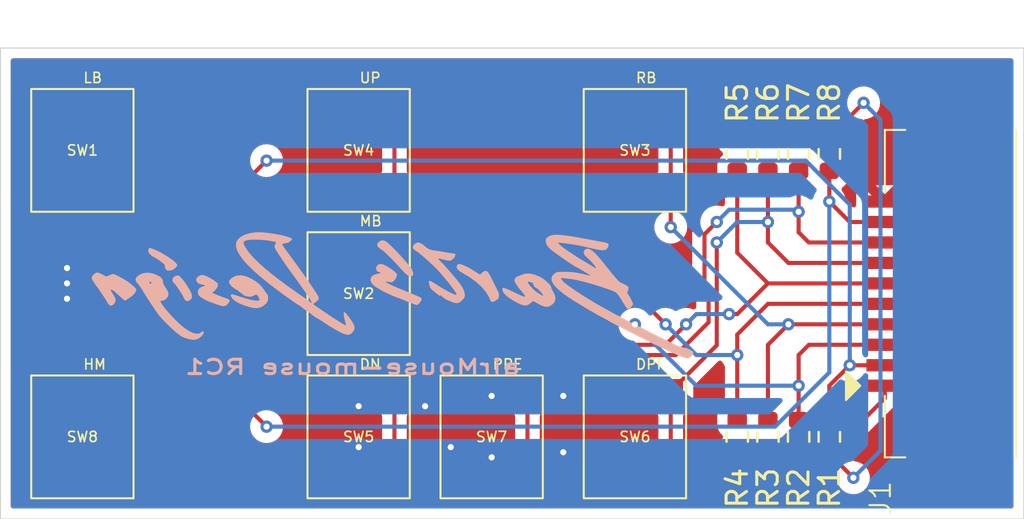
<source format=kicad_pcb>
(kicad_pcb (version 20240108) (generator "pcbnew") (generator_version "8.0")
  (title_block (title "EtherPointer mouse") (date "2025-02-15") (rev "RC1") (company "Bart's Design") (comment 1 "Bartosz Pracz"))
  (layers (0 "F.Cu" signal) (31 "B.Cu" signal) (34 "B.Paste" user) (35 "F.Paste" user) (36 "B.SilkS" user "B.Silkscreen") (37 "F.SilkS" user "F.Silkscreen") (38 "B.Mask" user) (39 "F.Mask" user) (44 "Edge.Cuts" user))
  (net 0 "")
  (net 1 "GND")
  (net 2 "/LMB")
  (net 3 "+3V3")
  (net 4 "/MMB")
  (net 5 "/RMB")
  (net 6 "/SCRLUP")
  (net 7 "/SCRLDN")
  (net 8 "/DPI")
  (net 9 "/PRECISION")
  (net 10 "/HOME")
  (footprint "Resistor_SMD:R_0603_1608Metric" (layer "F.Cu") (at 153.5 73.175 -90)
    (property "Reference" "R6" (at -2.5 0 90) (layer "F.SilkS"))
    (property "Value" "10k")
    (pad "1" smd roundrect (at -0.825 0 270) (size 0.8 0.95) (layers "F.Cu" "F.Paste" "F.Mask") (net 3 "+3V3"))
    (pad "2" smd roundrect (at 0.825 0 270) (size 0.8 0.95) (layers "F.Cu" "F.Paste" "F.Mask") (net 8 "/DPI"))
  )
  (footprint "airMouseLib:TL3315NF100Q" (layer "F.Cu") (at 133.5 87)
    (property "Reference" "SW5" (at 0 0 0) (layer "F.SilkS") (effects (font (size 0.5 0.5) (thickness 0.08))))
    (property "Value" "KEY")
    (fp_text user "${KEY}" (at 0 -3.25 0) (layer "F.SilkS") (effects (font (size 0.5 0.5) (thickness 0.08)) (justify left bottom)))
    (pad "1" smd rect (at -1.75 -2.225) (size 1.2 1.2) (layers "F.Cu" "F.Paste" "F.Mask") (net 1 "GND"))
    (pad "1" smd rect (at -1.75 2.225 180) (size 1.2 1.2) (layers "F.Cu" "F.Paste" "F.Mask") (net 1 "GND"))
    (pad "2" smd rect (at 1.75 -2.225) (size 1.2 1.2) (layers "F.Cu" "F.Paste" "F.Mask") (net 7 "/SCRLDN"))
    (pad "2" smd rect (at 1.75 2.225 180) (size 1.2 1.2) (layers "F.Cu" "F.Paste" "F.Mask") (net 7 "/SCRLDN"))
  )
  (footprint "Resistor_SMD:R_0603_1608Metric" (layer "F.Cu") (at 156.5 73.175 -90)
    (property "Reference" "R8" (at -2.5 0 90) (layer "F.SilkS"))
    (property "Value" "10k")
    (pad "1" smd roundrect (at -0.825 0 270) (size 0.8 0.95) (layers "F.Cu" "F.Paste" "F.Mask") (net 3 "+3V3"))
    (pad "2" smd roundrect (at 0.825 0 270) (size 0.8 0.95) (layers "F.Cu" "F.Paste" "F.Mask") (net 10 "/HOME"))
  )
  (footprint "Resistor_SMD:R_0603_1608Metric" (layer "F.Cu") (at 156.5 87 90)
    (property "Reference" "R1" (at -2.5 0 90) (layer "F.SilkS"))
    (property "Value" "10k")
    (pad "1" smd roundrect (at -0.825 0 90) (size 0.8 0.95) (layers "F.Cu" "F.Paste" "F.Mask") (net 3 "+3V3"))
    (pad "2" smd roundrect (at 0.825 0 90) (size 0.8 0.95) (layers "F.Cu" "F.Paste" "F.Mask") (net 2 "/LMB"))
  )
  (footprint "airMouseLib:TL3315NF100Q" (layer "F.Cu") (at 147 73)
    (property "Reference" "SW3" (at 0 0 0) (layer "F.SilkS") (effects (font (size 0.5 0.5) (thickness 0.08))))
    (property "Value" "KEY")
    (fp_text user "${KEY}" (at 0 -3.25 0) (layer "F.SilkS") (effects (font (size 0.5 0.5) (thickness 0.08)) (justify left bottom)))
    (pad "1" smd rect (at -1.75 -2.225) (size 1.2 1.2) (layers "F.Cu" "F.Paste" "F.Mask") (net 1 "GND"))
    (pad "1" smd rect (at -1.75 2.225 180) (size 1.2 1.2) (layers "F.Cu" "F.Paste" "F.Mask") (net 1 "GND"))
    (pad "2" smd rect (at 1.75 -2.225) (size 1.2 1.2) (layers "F.Cu" "F.Paste" "F.Mask") (net 5 "/RMB"))
    (pad "2" smd rect (at 1.75 2.225 180) (size 1.2 1.2) (layers "F.Cu" "F.Paste" "F.Mask") (net 5 "/RMB"))
  )
  (footprint "Resistor_SMD:R_0603_1608Metric" (layer "F.Cu") (at 152 87 90)
    (property "Reference" "R4" (at -2.5 0 90) (layer "F.SilkS"))
    (property "Value" "10k")
    (pad "1" smd roundrect (at -0.825 0 90) (size 0.8 0.95) (layers "F.Cu" "F.Paste" "F.Mask") (net 3 "+3V3"))
    (pad "2" smd roundrect (at 0.825 0 90) (size 0.8 0.95) (layers "F.Cu" "F.Paste" "F.Mask") (net 6 "/SCRLUP"))
  )
  (footprint "Resistor_SMD:R_0603_1608Metric" (layer "F.Cu") (at 152 73.175 -90)
    (property "Reference" "R5" (at -2.5 0 90) (layer "F.SilkS"))
    (property "Value" "10k")
    (pad "1" smd roundrect (at -0.825 0 270) (size 0.8 0.95) (layers "F.Cu" "F.Paste" "F.Mask") (net 3 "+3V3"))
    (pad "2" smd roundrect (at 0.825 0 270) (size 0.8 0.95) (layers "F.Cu" "F.Paste" "F.Mask") (net 7 "/SCRLDN"))
  )
  (footprint "Resistor_SMD:R_0603_1608Metric" (layer "F.Cu") (at 153.5 87 90)
    (property "Reference" "R3" (at -2.5 0 90) (layer "F.SilkS"))
    (property "Value" "10k")
    (pad "1" smd roundrect (at -0.825 0 90) (size 0.8 0.95) (layers "F.Cu" "F.Paste" "F.Mask") (net 3 "+3V3"))
    (pad "2" smd roundrect (at 0.825 0 90) (size 0.8 0.95) (layers "F.Cu" "F.Paste" "F.Mask") (net 5 "/RMB"))
  )
  (footprint "airMouseLib:TL3315NF100Q" (layer "F.Cu") (at 133.5 80)
    (property "Reference" "SW2" (at 0 0 0) (layer "F.SilkS") (effects (font (size 0.5 0.5) (thickness 0.08))))
    (property "Value" "KEY")
    (fp_text user "${KEY}" (at 0 -3.25 0) (layer "F.SilkS") (effects (font (size 0.5 0.5) (thickness 0.08)) (justify left bottom)))
    (pad "1" smd rect (at -1.75 -2.225) (size 1.2 1.2) (layers "F.Cu" "F.Paste" "F.Mask") (net 1 "GND"))
    (pad "1" smd rect (at -1.75 2.225 180) (size 1.2 1.2) (layers "F.Cu" "F.Paste" "F.Mask") (net 1 "GND"))
    (pad "2" smd rect (at 1.75 -2.225) (size 1.2 1.2) (layers "F.Cu" "F.Paste" "F.Mask") (net 4 "/MMB"))
    (pad "2" smd rect (at 1.75 2.225 180) (size 1.2 1.2) (layers "F.Cu" "F.Paste" "F.Mask") (net 4 "/MMB"))
  )
  (footprint "airMouseLib:TL3315NF100Q" (layer "F.Cu") (at 147 87)
    (property "Reference" "SW6" (at 0 0 0) (layer "F.SilkS") (effects (font (size 0.5 0.5) (thickness 0.08))))
    (property "Value" "KEY")
    (fp_text user "${KEY}" (at 0 -3.25 0) (layer "F.SilkS") (effects (font (size 0.5 0.5) (thickness 0.08)) (justify left bottom)))
    (pad "1" smd rect (at -1.75 -2.225) (size 1.2 1.2) (layers "F.Cu" "F.Paste" "F.Mask") (net 1 "GND"))
    (pad "1" smd rect (at -1.75 2.225 180) (size 1.2 1.2) (layers "F.Cu" "F.Paste" "F.Mask") (net 1 "GND"))
    (pad "2" smd rect (at 1.75 -2.225) (size 1.2 1.2) (layers "F.Cu" "F.Paste" "F.Mask") (net 8 "/DPI"))
    (pad "2" smd rect (at 1.75 2.225 180) (size 1.2 1.2) (layers "F.Cu" "F.Paste" "F.Mask") (net 8 "/DPI"))
  )
  (footprint "airMouseLib:TL3315NF100Q" (layer "F.Cu") (at 120 73)
    (property "Reference" "SW1" (at 0 0 0) (layer "F.SilkS") (effects (font (size 0.5 0.5) (thickness 0.08))))
    (property "Value" "KEY")
    (fp_text user "${KEY}" (at 0 -3.25 0) (layer "F.SilkS") (effects (font (size 0.5 0.5) (thickness 0.08)) (justify left bottom)))
    (pad "1" smd rect (at -1.75 -2.225) (size 1.2 1.2) (layers "F.Cu" "F.Paste" "F.Mask") (net 1 "GND"))
    (pad "1" smd rect (at -1.75 2.225 180) (size 1.2 1.2) (layers "F.Cu" "F.Paste" "F.Mask") (net 1 "GND"))
    (pad "2" smd rect (at 1.75 -2.225) (size 1.2 1.2) (layers "F.Cu" "F.Paste" "F.Mask") (net 2 "/LMB"))
    (pad "2" smd rect (at 1.75 2.225 180) (size 1.2 1.2) (layers "F.Cu" "F.Paste" "F.Mask") (net 2 "/LMB"))
  )
  (footprint "airMouseLib:DS1020-07-10VBT1A-R" (layer "F.Cu") (at 159.2125 80 90)
    (property "Reference" "J1" (at -10 -0.2125 90) (layer "F.SilkS") (effects (font (thickness 0.1))))
    (property "Value" "DS1020-07-10VBT1A-R")
    (pad "1" smd rect (at -4.5 0 90) (size 0.6 1.8) (layers "F.Cu" "F.Paste" "F.Mask") (net 3 "+3V3"))
    (pad "2" smd rect (at -3.5 0 90) (size 0.6 1.8) (layers "F.Cu" "F.Paste" "F.Mask") (net 2 "/LMB"))
    (pad "3" smd rect (at -2.5 0 90) (size 0.6 1.8) (layers "F.Cu" "F.Paste" "F.Mask") (net 4 "/MMB"))
    (pad "4" smd rect (at -1.5 0 90) (size 0.6 1.8) (layers "F.Cu" "F.Paste" "F.Mask") (net 5 "/RMB"))
    (pad "5" smd rect (at -0.5 0 90) (size 0.6 1.8) (layers "F.Cu" "F.Paste" "F.Mask") (net 6 "/SCRLUP"))
    (pad "6" smd rect (at 0.5 0 90) (size 0.6 1.8) (layers "F.Cu" "F.Paste" "F.Mask") (net 7 "/SCRLDN"))
    (pad "7" smd rect (at 1.5 0 90) (size 0.6 1.8) (layers "F.Cu" "F.Paste" "F.Mask") (net 8 "/DPI"))
    (pad "8" smd rect (at 2.5 0 90) (size 0.6 1.8) (layers "F.Cu" "F.Paste" "F.Mask") (net 9 "/PRECISION"))
    (pad "9" smd rect (at 3.5 0 90) (size 0.6 1.8) (layers "F.Cu" "F.Paste" "F.Mask") (net 10 "/HOME"))
    (pad "10" smd rect (at 4.5 0 90) (size 0.6 1.8) (layers "F.Cu" "F.Paste" "F.Mask") (net 1 "GND"))
    (pad "MP" smd rect (at -7 2.6 90) (size 2.5 3) (layers "F.Cu" "F.Paste" "F.Mask") (net 1 "GND"))
    (pad "MP" smd rect (at 7 2.6 90) (size 2.5 3) (layers "F.Cu" "F.Paste" "F.Mask") (net 1 "GND"))
  )
  (footprint "airMouseLib:TL3315NF100Q" (layer "F.Cu") (at 133.5 73)
    (property "Reference" "SW4" (at 0 0 0) (layer "F.SilkS") (effects (font (size 0.5 0.5) (thickness 0.08))))
    (property "Value" "KEY")
    (fp_text user "${KEY}" (at 0 -3.25 0) (layer "F.SilkS") (effects (font (size 0.5 0.5) (thickness 0.08)) (justify left bottom)))
    (pad "1" smd rect (at -1.75 -2.225) (size 1.2 1.2) (layers "F.Cu" "F.Paste" "F.Mask") (net 1 "GND"))
    (pad "1" smd rect (at -1.75 2.225 180) (size 1.2 1.2) (layers "F.Cu" "F.Paste" "F.Mask") (net 1 "GND"))
    (pad "2" smd rect (at 1.75 -2.225) (size 1.2 1.2) (layers "F.Cu" "F.Paste" "F.Mask") (net 6 "/SCRLUP"))
    (pad "2" smd rect (at 1.75 2.225 180) (size 1.2 1.2) (layers "F.Cu" "F.Paste" "F.Mask") (net 6 "/SCRLUP"))
  )
  (footprint "Resistor_SMD:R_0603_1608Metric" (layer "F.Cu") (at 155 87 90)
    (property "Reference" "R2" (at -2.5 0 90) (layer "F.SilkS"))
    (property "Value" "10k")
    (pad "1" smd roundrect (at -0.825 0 90) (size 0.8 0.95) (layers "F.Cu" "F.Paste" "F.Mask") (net 3 "+3V3"))
    (pad "2" smd roundrect (at 0.825 0 90) (size 0.8 0.95) (layers "F.Cu" "F.Paste" "F.Mask") (net 4 "/MMB"))
  )
  (footprint "airMouseLib:TL3315NF100Q" (layer "F.Cu") (at 140 87)
    (property "Reference" "SW7" (at 0 0 0) (layer "F.SilkS") (effects (font (size 0.5 0.5) (thickness 0.08))))
    (property "Value" "KEY")
    (fp_text user "${KEY}" (at 0 -3.25 0) (layer "F.SilkS") (effects (font (size 0.5 0.5) (thickness 0.08)) (justify left bottom)))
    (pad "1" smd rect (at -1.75 -2.225) (size 1.2 1.2) (layers "F.Cu" "F.Paste" "F.Mask") (net 1 "GND"))
    (pad "1" smd rect (at -1.75 2.225 180) (size 1.2 1.2) (layers "F.Cu" "F.Paste" "F.Mask") (net 1 "GND"))
    (pad "2" smd rect (at 1.75 -2.225) (size 1.2 1.2) (layers "F.Cu" "F.Paste" "F.Mask") (net 9 "/PRECISION"))
    (pad "2" smd rect (at 1.75 2.225 180) (size 1.2 1.2) (layers "F.Cu" "F.Paste" "F.Mask") (net 9 "/PRECISION"))
  )
  (footprint "airMouseLib:TL3315NF100Q" (layer "F.Cu") (at 120 87)
    (property "Reference" "SW8" (at 0 0 0) (layer "F.SilkS") (effects (font (size 0.5 0.5) (thickness 0.08))))
    (property "Value" "KEY")
    (fp_text user "${KEY}" (at 0 -3.25 0) (layer "F.SilkS") (effects (font (size 0.5 0.5) (thickness 0.08)) (justify left bottom)))
    (pad "1" smd rect (at -1.75 -2.225) (size 1.2 1.2) (layers "F.Cu" "F.Paste" "F.Mask") (net 1 "GND"))
    (pad "1" smd rect (at -1.75 2.225 180) (size 1.2 1.2) (layers "F.Cu" "F.Paste" "F.Mask") (net 1 "GND"))
    (pad "2" smd rect (at 1.75 -2.225) (size 1.2 1.2) (layers "F.Cu" "F.Paste" "F.Mask") (net 10 "/HOME"))
    (pad "2" smd rect (at 1.75 2.225 180) (size 1.2 1.2) (layers "F.Cu" "F.Paste" "F.Mask") (net 10 "/HOME"))
  )
  (footprint "Resistor_SMD:R_0603_1608Metric" (layer "F.Cu") (at 155 73.175 -90)
    (property "Reference" "R7" (at -2.5 0 90) (layer "F.SilkS"))
    (property "Value" "10k")
    (pad "1" smd roundrect (at -0.825 0 270) (size 0.8 0.95) (layers "F.Cu" "F.Paste" "F.Mask") (net 3 "+3V3"))
    (pad "2" smd roundrect (at 0.825 0 270) (size 0.8 0.95) (layers "F.Cu" "F.Paste" "F.Mask") (net 9 "/PRECISION"))
  )
  (footprint "airMouseLib:Bart's Design 30mm" (layer "B.Cu") (at 135 80 180)
    (property "Reference" "Logo1" (hide yes))
    (property "Value" "~" (hide yes))
  )
  (gr_rect (start 116 68) (end 166 91) (stroke (width 0.05)) (fill none) (layer "Edge.Cuts"))
  (gr_text "airMouse-mouse RC1" (at 141.5 84 -0) (layer "B.SilkS") (effects (font (size 0.7 1)) (justify left bottom mirror)))
  (segment (start 138.975 88.5) (end 138.25 89.225) (width 0.2) (layer "F.Cu") (net 1))
  (segment (start 137.475 84.775) (end 136.75 85.5) (width 0.2) (layer "F.Cu") (net 1))
  (segment (start 138 88.975) (end 138.25 89.225) (width 0.2) (layer "F.Cu") (net 1))
  (segment (start 131.775 89.225) (end 133.5 87.5) (width 0.2) (layer "F.Cu") (net 1))
  (segment (start 145.25 84.775) (end 143.725 84.775) (width 0.2) (layer "F.Cu") (net 1))
  (segment (start 143.725 84.775) (end 143.5 85) (width 0.2) (layer "F.Cu") (net 1))
  (segment (start 140 88) (end 139.5 88.5) (width 0.2) (layer "F.Cu") (net 1))
  (segment (start 131.75 89.225) (end 131.775 89.225) (width 0.2) (layer "F.Cu") (net 1))
  (segment (start 139.5 88.5) (end 138.975 88.5) (width 0.2) (layer "F.Cu") (net 1))
  (segment (start 138 87.5) (end 138 88.975) (width 0.2) (layer "F.Cu") (net 1))
  (segment (start 143.775 87.75) (end 143.5 87.75) (width 0.2) (layer "F.Cu") (net 1))
  (segment (start 145.25 89.225) (end 143.775 87.75) (width 0.2) (layer "F.Cu") (net 1))
  (segment (start 138.25 84.775) (end 137.475 84.775) (width 0.2) (layer "F.Cu") (net 1))
  (via (at 133.5 87.5) (size 0.6) (drill 0.3) (layers "F.Cu" "B.Cu") (net 1))
  (via (at 143.5 85) (size 0.6) (drill 0.3) (layers "F.Cu" "B.Cu") (net 1))
  (via (at 133.5 85.5) (size 0.6) (drill 0.3) (layers "F.Cu" "B.Cu") (net 1))
  (via (at 140 85) (size 0.6) (drill 0.3) (layers "F.Cu" "B.Cu") (net 1))
  (via (at 136.75 85.5) (size 0.6) (drill 0.3) (layers "F.Cu" "B.Cu") (net 1))
  (via (at 140 88) (size 0.6) (drill 0.3) (layers "F.Cu" "B.Cu") (net 1))
  (via (at 138 87.5) (size 0.6) (drill 0.3) (layers "F.Cu" "B.Cu") (net 1))
  (via (at 143.5 87.75) (size 0.6) (drill 0.3) (layers "F.Cu" "B.Cu") (net 1))
  (via (at 119.25 80.25) (size 0.6) (drill 0.3) (layers "F.Cu" "B.Cu") (net 1))
  (via (at 119.25 78.75) (size 0.6) (drill 0.3) (layers "F.Cu" "B.Cu") (net 1))
  (via (at 119.25 79.5) (size 0.6) (drill 0.3) (layers "F.Cu" "B.Cu") (net 1))
  (segment (start 143.5 87.75) (end 141.5 87.75) (width 0.2) (layer "B.Cu") (net 1))
  (segment (start 141.5 87.75) (end 141.25 88) (width 0.2) (layer "B.Cu") (net 1))
  (segment (start 136.75 85.5) (end 133.5 85.5) (width 0.2) (layer "B.Cu") (net 1))
  (segment (start 133.5 87.5) (end 138 87.5) (width 0.2) (layer "B.Cu") (net 1))
  (segment (start 143.5 85) (end 140 85) (width 0.2) (layer "B.Cu") (net 1))
  (segment (start 141.25 88) (end 140 88) (width 0.2) (layer "B.Cu") (net 1))
  (segment (start 127.275 75.225) (end 129 73.5) (width 0.2) (layer "F.Cu") (net 2))
  (segment (start 156.5 86.175) (end 156.5 84.5) (width 0.2) (layer "F.Cu") (net 2))
  (segment (start 156.5 84.5) (end 157.5 83.5) (width 0.2) (layer "F.Cu") (net 2))
  (segment (start 157.5 83.5) (end 159.2125 83.5) (width 0.2) (layer "F.Cu") (net 2))
  (segment (start 121.75 75.225) (end 127.275 75.225) (width 0.2) (layer "F.Cu") (net 2))
  (segment (start 121.75 70.775) (end 121.75 75.225) (width 0.2) (layer "F.Cu") (net 2))
  (via (at 129 73.5) (size 0.6) (drill 0.3) (layers "F.Cu" "B.Cu") (net 2))
  (via (at 157.5 83.5) (size 0.6) (drill 0.3) (layers "F.Cu" "B.Cu") (net 2))
  (segment (start 157.5 75.651471) (end 157.5 83.5) (width 0.2) (layer "B.Cu") (net 2))
  (segment (start 129 73.5) (end 155.348529 73.5) (width 0.2) (layer "B.Cu") (net 2))
  (segment (start 155.348529 73.5) (end 157.5 75.651471) (width 0.2) (layer "B.Cu") (net 2))
  (segment (start 152 72.35) (end 156.5 72.35) (width 0.2) (layer "F.Cu") (net 3))
  (segment (start 158.175 70.675) (end 156.5 72.35) (width 0.2) (layer "F.Cu") (net 3))
  (segment (start 156.5 87.825) (end 157.675 89) (width 0.2) (layer "F.Cu") (net 3))
  (segment (start 152 87.825) (end 156.5 87.825) (width 0.2) (layer "F.Cu") (net 3))
  (segment (start 159.2125 84.5) (end 159.2125 85.1125) (width 0.2) (layer "F.Cu") (net 3))
  (segment (start 159.2125 85.1125) (end 156.5 87.825) (width 0.2) (layer "F.Cu") (net 3))
  (via (at 158.175 70.675) (size 0.6) (drill 0.3) (layers "F.Cu" "B.Cu") (net 3))
  (via (at 157.675 89) (size 0.6) (drill 0.3) (layers "F.Cu" "B.Cu") (net 3))
  (segment (start 159 87.675) (end 159 71.5) (width 0.2) (layer "B.Cu") (net 3))
  (segment (start 159 71.5) (end 158.175 70.675) (width 0.2) (layer "B.Cu") (net 3))
  (segment (start 157.675 89) (end 159 87.675) (width 0.2) (layer "B.Cu") (net 3))
  (segment (start 135.25 77.775) (end 135.25 82.225) (width 0.2) (layer "F.Cu") (net 4))
  (segment (start 135.25 82.225) (end 135.975 81.5) (width 0.2) (layer "F.Cu") (net 4))
  (segment (start 155 83) (end 155.5 82.5) (width 0.2) (layer "F.Cu") (net 4))
  (segment (start 155 84.5) (end 155 83) (width 0.2) (layer "F.Cu") (net 4))
  (segment (start 135.975 81.5) (end 147 81.5) (width 0.2) (layer "F.Cu") (net 4))
  (segment (start 155.5 82.5) (end 159.2125 82.5) (width 0.2) (layer "F.Cu") (net 4))
  (segment (start 155 86.175) (end 155 84.5) (width 0.2) (layer "F.Cu") (net 4))
  (via (at 155 84.5) (size 0.6) (drill 0.3) (layers "F.Cu" "B.Cu") (net 4))
  (via (at 147 81.5) (size 0.6) (drill 0.3) (layers "F.Cu" "B.Cu") (net 4))
  (segment (start 147 81.5) (end 150 84.5) (width 0.2) (layer "B.Cu") (net 4))
  (segment (start 150 84.5) (end 155 84.5) (width 0.2) (layer "B.Cu") (net 4))
  (segment (start 148.75 70.775) (end 148.75 75.225) (width 0.2) (layer "F.Cu") (net 5))
  (segment (start 148.75 76.75) (end 148.75 75.225) (width 0.2) (layer "F.Cu") (net 5))
  (segment (start 153.5 82.5) (end 154.5 81.5) (width 0.2) (layer "F.Cu") (net 5))
  (segment (start 154.5 81.5) (end 159.2125 81.5) (width 0.2) (layer "F.Cu") (net 5))
  (segment (start 153.5 86.175) (end 153.5 82.5) (width 0.2) (layer "F.Cu") (net 5))
  (via (at 148.75 76.75) (size 0.6) (drill 0.3) (layers "F.Cu" "B.Cu") (net 5))
  (via (at 154.5 81.5) (size 0.6) (drill 0.3) (layers "F.Cu" "B.Cu") (net 5))
  (segment (start 153.5 81.5) (end 154.5 81.5) (width 0.2) (layer "B.Cu") (net 5))
  (segment (start 148.75 76.75) (end 153.5 81.5) (width 0.2) (layer "B.Cu") (net 5))
  (segment (start 135.25 75.225) (end 142.225 75.225) (width 0.2) (layer "F.Cu") (net 6))
  (segment (start 152 82) (end 153.5 80.5) (width 0.2) (layer "F.Cu") (net 6))
  (segment (start 135.25 70.775) (end 135.25 75.225) (width 0.2) (layer "F.Cu") (net 6))
  (segment (start 152 83) (end 152 82) (width 0.2) (layer "F.Cu") (net 6))
  (segment (start 152 86.175) (end 152 83) (width 0.2) (layer "F.Cu") (net 6))
  (segment (start 142.225 75.225) (end 148.5 81.5) (width 0.2) (layer "F.Cu") (net 6))
  (segment (start 153.5 80.5) (end 159.2125 80.5) (width 0.2) (layer "F.Cu") (net 6))
  (via (at 148.5 81.5) (size 0.6) (drill 0.3) (layers "F.Cu" "B.Cu") (net 6))
  (via (at 152 83) (size 0.6) (drill 0.3) (layers "F.Cu" "B.Cu") (net 6))
  (segment (start 150 83) (end 152 83) (width 0.2) (layer "B.Cu") (net 6))
  (segment (start 148.5 81.5) (end 150 83) (width 0.2) (layer "B.Cu") (net 6))
  (segment (start 144 82.5) (end 148.5 82.5) (width 0.2) (layer "F.Cu") (net 7))
  (segment (start 142.5 82.5) (end 144 82.5) (width 0.2) (layer "F.Cu") (net 7))
  (segment (start 136.525 83.5) (end 141.5 83.5) (width 0.2) (layer "F.Cu") (net 7))
  (segment (start 135.25 89.225) (end 135.25 84.775) (width 0.2) (layer "F.Cu") (net 7))
  (segment (start 152 74) (end 152 78) (width 0.2) (layer "F.Cu") (net 7))
  (segment (start 148.5 82.5) (end 149.5 81.5) (width 0.2) (layer "F.Cu") (net 7))
  (segment (start 141.5 83.5) (end 142.5 82.5) (width 0.2) (layer "F.Cu") (net 7))
  (segment (start 135.25 84.775) (end 136.525 83.5) (width 0.2) (layer "F.Cu") (net 7))
  (segment (start 151.6 81) (end 152 81) (width 0.2) (layer "F.Cu") (net 7))
  (segment (start 152 81) (end 153.5 79.5) (width 0.2) (layer "F.Cu") (net 7))
  (segment (start 153.5 79.5) (end 159.2125 79.5) (width 0.2) (layer "F.Cu") (net 7))
  (segment (start 152 78) (end 153.5 79.5) (width 0.2) (layer "F.Cu") (net 7))
  (via (at 149.5 81.5) (size 0.6) (drill 0.3) (layers "F.Cu" "B.Cu") (net 7))
  (via (at 151.6 81) (size 0.6) (drill 0.3) (layers "F.Cu" "B.Cu") (net 7))
  (segment (start 149.5 81.5) (end 150 81) (width 0.2) (layer "B.Cu") (net 7))
  (segment (start 150 81) (end 151.6 81) (width 0.2) (layer "B.Cu") (net 7))
  (segment (start 148.75 89.225) (end 148.75 84.775) (width 0.2) (layer "F.Cu") (net 8))
  (segment (start 153.5 74) (end 153.5 76.5) (width 0.2) (layer "F.Cu") (net 8))
  (segment (start 153.5 76.5) (end 153.5 77.5) (width 0.2) (layer "F.Cu") (net 8))
  (segment (start 153.5 77.5) (end 154.5 78.5) (width 0.2) (layer "F.Cu") (net 8))
  (segment (start 148.75 84.775) (end 151 82.525) (width 0.2) (layer "F.Cu") (net 8))
  (segment (start 154.5 78.5) (end 159.2125 78.5) (width 0.2) (layer "F.Cu") (net 8))
  (segment (start 151 82.525) (end 151 77.5) (width 0.2) (layer "F.Cu") (net 8))
  (via (at 151 77.5) (size 0.6) (drill 0.3) (layers "F.Cu" "B.Cu") (net 8))
  (via (at 153.5 76.5) (size 0.6) (drill 0.3) (layers "F.Cu" "B.Cu") (net 8))
  (segment (start 151 77.5) (end 152 76.5) (width 0.2) (layer "B.Cu") (net 8))
  (segment (start 152 76.5) (end 153.5 76.5) (width 0.2) (layer "B.Cu") (net 8))
  (segment (start 149 83) (end 150.6 81.4) (width 0.2) (layer "F.Cu") (net 9))
  (segment (start 155 77) (end 155.5 77.5) (width 0.2) (layer "F.Cu") (net 9))
  (segment (start 150.6 81.4) (end 150.6 80) (width 0.2) (layer "F.Cu") (net 9))
  (segment (start 143.525 83) (end 149 83) (width 0.2) (layer "F.Cu") (net 9))
  (segment (start 155 76) (end 155 77) (width 0.2) (layer "F.Cu") (net 9))
  (segment (start 150.6 80) (end 150.4 79.8) (width 0.2) (layer "F.Cu") (net 9))
  (segment (start 150.4 77.1) (end 151 76.5) (width 0.2) (layer "F.Cu") (net 9))
  (segment (start 141.75 84.775) (end 143.525 83) (width 0.2) (layer "F.Cu") (net 9))
  (segment (start 155 74) (end 155 76) (width 0.2) (layer "F.Cu") (net 9))
  (segment (start 141.75 89.225) (end 141.75 84.775) (width 0.2) (layer "F.Cu") (net 9))
  (segment (start 155.5 77.5) (end 159.2125 77.5) (width 0.2) (layer "F.Cu") (net 9))
  (segment (start 150.4 79.8) (end 150.4 77.1) (width 0.2) (layer "F.Cu") (net 9))
  (via (at 151 76.5) (size 0.6) (drill 0.3) (layers "F.Cu" "B.Cu") (net 9))
  (via (at 155 76) (size 0.6) (drill 0.3) (layers "F.Cu" "B.Cu") (net 9))
  (segment (start 151 76.5) (end 151.6 75.9) (width 0.2) (layer "B.Cu") (net 9))
  (segment (start 151.6 75.9) (end 154.9 75.9) (width 0.2) (layer "B.Cu") (net 9))
  (segment (start 154.9 75.9) (end 155 76) (width 0.2) (layer "B.Cu") (net 9))
  (segment (start 156.5 74) (end 156.5 75.5) (width 0.2) (layer "F.Cu") (net 10))
  (segment (start 157.5 76.5) (end 159.2125 76.5) (width 0.2) (layer "F.Cu") (net 10))
  (segment (start 121.75 84.775) (end 127.275 84.775) (width 0.2) (layer "F.Cu") (net 10))
  (segment (start 127.275 84.775) (end 129 86.5) (width 0.2) (layer "F.Cu") (net 10))
  (segment (start 121.75 89.225) (end 121.75 84.775) (width 0.2) (layer "F.Cu") (net 10))
  (segment (start 156.5 75.5) (end 157.5 76.5) (width 0.2) (layer "F.Cu") (net 10))
  (via (at 156.5 75.5) (size 0.6) (drill 0.3) (layers "F.Cu" "B.Cu") (net 10))
  (via (at 129 86.5) (size 0.6) (drill 0.3) (layers "F.Cu" "B.Cu") (net 10))
  (segment (start 153.848529 86.5) (end 156.5 83.848529) (width 0.2) (layer "B.Cu") (net 10))
  (segment (start 156.5 83.848529) (end 156.5 75.5) (width 0.2) (layer "B.Cu") (net 10))
  (segment (start 129 86.5) (end 153.848529 86.5) (width 0.2) (layer "B.Cu") (net 10))
  (zone (net 1) (net_name "GND") (layers "F&B.Cu") (connect_pads (clearance 0.5)) (min_thickness 0.25) (fill yes (thermal_gap 0.5) (thermal_bridge_width 0.5))
    (polygon (pts (xy 116 68) (xy 166 68) (xy 166 91) (xy 116 91)))
  )
)
</source>
